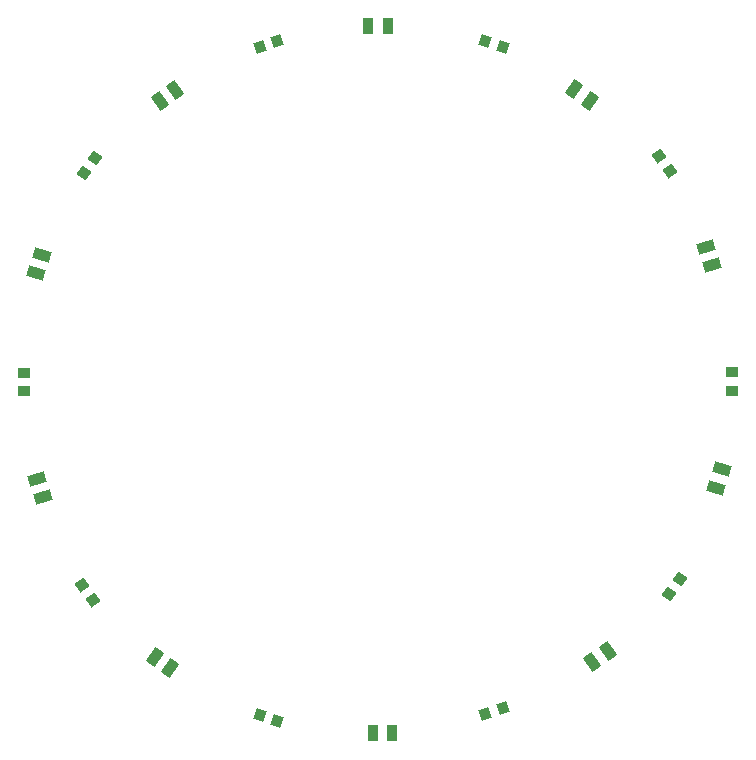
<source format=gtp>
G04*
G04 #@! TF.GenerationSoftware,Altium Limited,Altium Designer,18.1.11 (251)*
G04*
G04 Layer_Color=8421504*
%FSLAX25Y25*%
%MOIN*%
G70*
G01*
G75*
G04:AMPARAMS|DCode=13|XSize=37.4mil|YSize=35.43mil|CornerRadius=0mil|HoleSize=0mil|Usage=FLASHONLY|Rotation=143.854|XOffset=0mil|YOffset=0mil|HoleType=Round|Shape=Rectangle|*
%AMROTATEDRECTD13*
4,1,4,0.02555,0.00328,0.00465,-0.02534,-0.02555,-0.00328,-0.00465,0.02534,0.02555,0.00328,0.0*
%
%ADD13ROTATEDRECTD13*%

G04:AMPARAMS|DCode=14|XSize=37.4mil|YSize=35.43mil|CornerRadius=0mil|HoleSize=0mil|Usage=FLASHONLY|Rotation=107.854|XOffset=0mil|YOffset=0mil|HoleType=Round|Shape=Rectangle|*
%AMROTATEDRECTD14*
4,1,4,0.02260,-0.01237,-0.01113,-0.02323,-0.02260,0.01237,0.01113,0.02323,0.02260,-0.01237,0.0*
%
%ADD14ROTATEDRECTD14*%

G04:AMPARAMS|DCode=15|XSize=37.4mil|YSize=35.43mil|CornerRadius=0mil|HoleSize=0mil|Usage=FLASHONLY|Rotation=71.854|XOffset=0mil|YOffset=0mil|HoleType=Round|Shape=Rectangle|*
%AMROTATEDRECTD15*
4,1,4,0.01101,-0.02329,-0.02266,-0.01225,-0.01101,0.02329,0.02266,0.01225,0.01101,-0.02329,0.0*
%
%ADD15ROTATEDRECTD15*%

G04:AMPARAMS|DCode=16|XSize=37.4mil|YSize=35.43mil|CornerRadius=0mil|HoleSize=0mil|Usage=FLASHONLY|Rotation=35.854|XOffset=0mil|YOffset=0mil|HoleType=Round|Shape=Rectangle|*
%AMROTATEDRECTD16*
4,1,4,-0.00478,-0.02531,-0.02553,0.00341,0.00478,0.02531,0.02553,-0.00341,-0.00478,-0.02531,0.0*
%
%ADD16ROTATEDRECTD16*%

G04:AMPARAMS|DCode=17|XSize=37.4mil|YSize=35.43mil|CornerRadius=0mil|HoleSize=0mil|Usage=FLASHONLY|Rotation=359.854|XOffset=0mil|YOffset=0mil|HoleType=Round|Shape=Rectangle|*
%AMROTATEDRECTD17*
4,1,4,-0.01875,-0.01767,-0.01866,0.01776,0.01875,0.01767,0.01866,-0.01776,-0.01875,-0.01767,0.0*
%
%ADD17ROTATEDRECTD17*%

G04:AMPARAMS|DCode=18|XSize=57mil|YSize=36mil|CornerRadius=0mil|HoleSize=0mil|Usage=FLASHONLY|Rotation=234.000|XOffset=0mil|YOffset=0mil|HoleType=Round|Shape=Rectangle|*
%AMROTATEDRECTD18*
4,1,4,0.00219,0.03364,0.03131,0.01248,-0.00219,-0.03364,-0.03131,-0.01248,0.00219,0.03364,0.0*
%
%ADD18ROTATEDRECTD18*%

G04:AMPARAMS|DCode=19|XSize=57mil|YSize=36mil|CornerRadius=0mil|HoleSize=0mil|Usage=FLASHONLY|Rotation=198.000|XOffset=0mil|YOffset=0mil|HoleType=Round|Shape=Rectangle|*
%AMROTATEDRECTD19*
4,1,4,0.02154,0.02593,0.03267,-0.00831,-0.02154,-0.02593,-0.03267,0.00831,0.02154,0.02593,0.0*
%
%ADD19ROTATEDRECTD19*%

G04:AMPARAMS|DCode=20|XSize=57mil|YSize=36mil|CornerRadius=0mil|HoleSize=0mil|Usage=FLASHONLY|Rotation=306.000|XOffset=0mil|YOffset=0mil|HoleType=Round|Shape=Rectangle|*
%AMROTATEDRECTD20*
4,1,4,-0.03131,0.01248,-0.00219,0.03364,0.03131,-0.01248,0.00219,-0.03364,-0.03131,0.01248,0.0*
%
%ADD20ROTATEDRECTD20*%

G04:AMPARAMS|DCode=21|XSize=57mil|YSize=36mil|CornerRadius=0mil|HoleSize=0mil|Usage=FLASHONLY|Rotation=162.000|XOffset=0mil|YOffset=0mil|HoleType=Round|Shape=Rectangle|*
%AMROTATEDRECTD21*
4,1,4,0.03267,0.00831,0.02154,-0.02593,-0.03267,-0.00831,-0.02154,0.02593,0.03267,0.00831,0.0*
%
%ADD21ROTATEDRECTD21*%

%ADD22R,0.03600X0.05700*%
D13*
X576068Y234326D02*
D03*
X572441Y229360D02*
D03*
X377597Y369731D02*
D03*
X381224Y374697D02*
D03*
D14*
X517048Y191319D02*
D03*
X511195Y189434D02*
D03*
X436047Y411898D02*
D03*
X441900Y413784D02*
D03*
D15*
X441989Y187171D02*
D03*
X436145Y189086D02*
D03*
X511211Y413753D02*
D03*
X517072Y411890D02*
D03*
D16*
X380390Y227312D02*
D03*
X376788Y232296D02*
D03*
X569224Y375488D02*
D03*
X572826Y370503D02*
D03*
D17*
X357408Y297050D02*
D03*
X357424Y303200D02*
D03*
X593637Y303350D02*
D03*
X593622Y297200D02*
D03*
D18*
X401123Y208567D02*
D03*
X406301Y204805D02*
D03*
X540890Y397628D02*
D03*
X546068Y393866D02*
D03*
D19*
X363863Y261820D02*
D03*
X361885Y267906D02*
D03*
X586989Y338957D02*
D03*
X585011Y345043D02*
D03*
D20*
X546911Y206619D02*
D03*
X552089Y210381D02*
D03*
X402772Y393672D02*
D03*
X407950Y397434D02*
D03*
D21*
X363489Y342543D02*
D03*
X361511Y336457D02*
D03*
X590042Y270982D02*
D03*
X588065Y264896D02*
D03*
D22*
X480200Y183000D02*
D03*
X473800Y183000D02*
D03*
X478700Y418630D02*
D03*
X472300Y418630D02*
D03*
M02*

</source>
